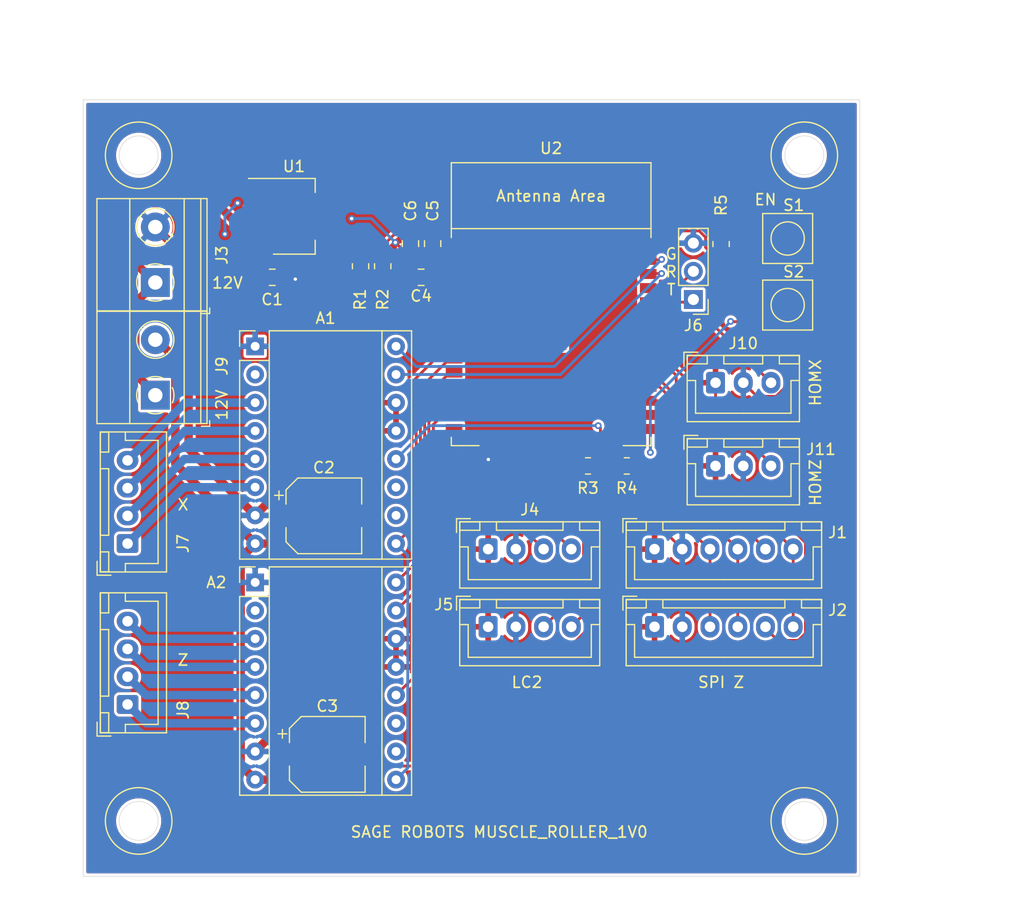
<source format=kicad_pcb>
(kicad_pcb (version 20211014) (generator pcbnew)
  (layers (0 "F.Cu" signal) (31 "B.Cu" signal) (34 "B.Paste" user) (35 "F.Paste" user) (36 "B.SilkS" user "B.Silkscreen") (37 "F.SilkS" user "F.Silkscreen") (38 "B.Mask" user) (39 "F.Mask" user) (44 "Edge.Cuts" user))
  (net 0 "")
  (net 1 "+12V")
  (net 2 "GND")
  (net 3 "+3V3")
  (net 4 "Net-(A1-Pad11)")
  (net 5 "Net-(A1-Pad10)")
  (net 6 "Net-(A1-Pad2)")
  (net 7 "Net-(A2-Pad11)")
  (net 8 "Net-(A2-Pad10)")
  (net 9 "Net-(A2-Pad2)")
  (net 10 "EN")
  (net 11 "TX")
  (net 12 "RX")
  (net 13 "IO0")
  (net 14 "CHARGE")
  (net 15 "Net-(S1-Pad3)")
  (net 16 "Net-(S1-Pad2)")
  (net 17 "Net-(S2-Pad2)")
  (net 18 "Net-(S2-Pad3)")
  (net 19 "LC_DAT")
  (net 20 "LC_CLK")
  (net 21 "DIRX")
  (net 22 "STEPX")
  (net 23 "XB2")
  (net 24 "XB1")
  (net 25 "XA1")
  (net 26 "XA2")
  (net 27 "DIRZ")
  (net 28 "STEPZ")
  (net 29 "ZB2")
  (net 30 "ZB1")
  (net 31 "ZA1")
  (net 32 "ZA2")
  (net 33 "LC_DAT2")
  (net 34 "LC_CLK2")
  (net 35 "HOMX")
  (net 36 "HOMZ")
  (net 37 "Net-(U2-Pad32)")
  (net 38 "Net-(U2-Pad22)")
  (net 39 "ESTOP12V")
  (net 40 "MSX")
  (net 41 "EN_STEP")
  (net 42 "MSZ")
  (net 43 "MOSI")
  (net 44 "CS0")
  (net 45 "MISO")
  (net 46 "CLK")
  (net 47 "CS1")
  (net 48 "ESTOP")
  (net 49 "Net-(U2-Pad21)")
  (net 50 "Net-(U2-Pad20)")
  (net 51 "Net-(U2-Pad19)")
  (net 52 "Net-(U2-Pad18)")
  (net 53 "Net-(U2-Pad17)")
  (net 54 "Net-(U2-Pad6)")
  (net 55 "Net-(U2-Pad7)")
  (net 56 "Net-(U2-Pad5)")
  (footprint "Module:Pololu_Breakout-16_15.2x20.3mm" (layer "F.Cu") (at 123 103.72)
    (fp_text reference "A1" (at 6.35 -2.54) (layer "F.SilkS"))
    (fp_text value "Pololu_Breakout_DRV8825")
    (pad "1" thru_hole rect locked (at 0 0) (size 1.6 1.6) (drill 0.8) (layers *.Cu *.Mask) (net 2 "GND"))
    (pad "2" thru_hole oval locked (at 0 2.54) (size 1.6 1.6) (drill 0.8) (layers *.Cu *.Mask) (net 6 "Net-(A1-Pad2)"))
    (pad "3" thru_hole oval locked (at 0 5.08) (size 1.6 1.6) (drill 0.8) (layers *.Cu *.Mask) (net 26 "XA2"))
    (pad "4" thru_hole oval locked (at 0 7.62) (size 1.6 1.6) (drill 0.8) (layers *.Cu *.Mask) (net 25 "XA1"))
    (pad "5" thru_hole oval locked (at 0 10.16) (size 1.6 1.6) (drill 0.8) (layers *.Cu *.Mask) (net 24 "XB1"))
    (pad "6" thru_hole oval locked (at 0 12.7) (size 1.6 1.6) (drill 0.8) (layers *.Cu *.Mask) (net 23 "XB2"))
    (pad "7" thru_hole oval locked (at 0 15.24) (size 1.6 1.6) (drill 0.8) (layers *.Cu *.Mask) (net 2 "GND"))
    (pad "8" thru_hole oval locked (at 0 17.78) (size 1.6 1.6) (drill 0.8) (layers *.Cu *.Mask) (net 39 "ESTOP12V"))
    (pad "9" thru_hole oval locked (at 12.7 17.78) (size 1.6 1.6) (drill 0.8) (layers *.Cu *.Mask) (net 41 "EN_STEP"))
    (pad "10" thru_hole oval locked (at 12.7 15.24) (size 1.6 1.6) (drill 0.8) (layers *.Cu *.Mask) (net 5 "Net-(A1-Pad10)"))
    (pad "11" thru_hole oval locked (at 12.7 12.7) (size 1.6 1.6) (drill 0.8) (layers *.Cu *.Mask) (net 4 "Net-(A1-Pad11)"))
    (pad "12" thru_hole oval locked (at 12.7 10.16) (size 1.6 1.6) (drill 0.8) (layers *.Cu *.Mask) (net 40 "MSX"))
    (pad "13" thru_hole oval locked (at 12.7 7.62) (size 1.6 1.6) (drill 0.8) (layers *.Cu *.Mask) (net 3 "+3V3"))
    (pad "14" thru_hole oval locked (at 12.7 5.08) (size 1.6 1.6) (drill 0.8) (layers *.Cu *.Mask) (net 3 "+3V3"))
    (pad "15" thru_hole oval locked (at 12.7 2.54) (size 1.6 1.6) (drill 0.8) (layers *.Cu *.Mask) (net 22 "STEPX"))
    (pad "16" thru_hole oval locked (at 12.7 0) (size 1.6 1.6) (drill 0.8) (layers *.Cu *.Mask) (net 21 "DIRX"))
  )
  (footprint "Module:Pololu_Breakout-16_15.2x20.3mm" (layer "F.Cu") (at 123 125)
    (fp_text reference "A2" (at -3.5 0) (layer "F.SilkS"))
    (fp_text value "Pololu_Breakout_DRV8825")
    (pad "1" thru_hole rect locked (at 0 0) (size 1.6 1.6) (drill 0.8) (layers *.Cu *.Mask) (net 2 "GND"))
    (pad "2" thru_hole oval locked (at 0 2.54) (size 1.6 1.6) (drill 0.8) (layers *.Cu *.Mask) (net 9 "Net-(A2-Pad2)"))
    (pad "3" thru_hole oval locked (at 0 5.08) (size 1.6 1.6) (drill 0.8) (layers *.Cu *.Mask) (net 32 "ZA2"))
    (pad "4" thru_hole oval locked (at 0 7.62) (size 1.6 1.6) (drill 0.8) (layers *.Cu *.Mask) (net 31 "ZA1"))
    (pad "5" thru_hole oval locked (at 0 10.16) (size 1.6 1.6) (drill 0.8) (layers *.Cu *.Mask) (net 30 "ZB1"))
    (pad "6" thru_hole oval locked (at 0 12.7) (size 1.6 1.6) (drill 0.8) (layers *.Cu *.Mask) (net 29 "ZB2"))
    (pad "7" thru_hole oval locked (at 0 15.24) (size 1.6 1.6) (drill 0.8) (layers *.Cu *.Mask) (net 2 "GND"))
    (pad "8" thru_hole oval locked (at 0 17.78) (size 1.6 1.6) (drill 0.8) (layers *.Cu *.Mask) (net 39 "ESTOP12V"))
    (pad "9" thru_hole oval locked (at 12.7 17.78) (size 1.6 1.6) (drill 0.8) (layers *.Cu *.Mask) (net 41 "EN_STEP"))
    (pad "10" thru_hole oval locked (at 12.7 15.24) (size 1.6 1.6) (drill 0.8) (layers *.Cu *.Mask) (net 8 "Net-(A2-Pad10)"))
    (pad "11" thru_hole oval locked (at 12.7 12.7) (size 1.6 1.6) (drill 0.8) (layers *.Cu *.Mask) (net 7 "Net-(A2-Pad11)"))
    (pad "12" thru_hole oval locked (at 12.7 10.16) (size 1.6 1.6) (drill 0.8) (layers *.Cu *.Mask) (net 42 "MSZ"))
    (pad "13" thru_hole oval locked (at 12.7 7.62) (size 1.6 1.6) (drill 0.8) (layers *.Cu *.Mask) (net 3 "+3V3"))
    (pad "14" thru_hole oval locked (at 12.7 5.08) (size 1.6 1.6) (drill 0.8) (layers *.Cu *.Mask) (net 3 "+3V3"))
    (pad "15" thru_hole oval locked (at 12.7 2.54) (size 1.6 1.6) (drill 0.8) (layers *.Cu *.Mask) (net 28 "STEPZ"))
    (pad "16" thru_hole oval locked (at 12.7 0) (size 1.6 1.6) (drill 0.8) (layers *.Cu *.Mask) (net 27 "DIRZ"))
  )
  (footprint "Capacitor_SMD:C_0805_2012Metric_Pad1.18x1.45mm_HandSolder" (layer "F.Cu") (at 124.5375 97.5)
    (fp_text reference "C1" (at 0 2) (layer "F.SilkS"))
    (fp_text value "22u")
    (pad "1" smd roundrect locked (at -1.0375 0) (size 1.175 1.45) (layers "F.Cu" "F.Paste" "F.Mask") (roundrect_rratio 0.2127659574) (net 1 "+12V"))
    (pad "2" smd roundrect locked (at 1.0375 0) (size 1.175 1.45) (layers "F.Cu" "F.Paste" "F.Mask") (roundrect_rratio 0.2127659574) (net 2 "GND"))
  )
  (footprint "Capacitor_SMD:CP_Elec_6.3x7.7" (layer "F.Cu") (at 129.192 119)
    (fp_text reference "C2" (at 0 -4.35) (layer "F.SilkS"))
    (fp_text value "100u")
    (pad "1" smd roundrect locked (at -2.7 0) (size 3.5 1.6) (layers "F.Cu" "F.Paste" "F.Mask") (roundrect_rratio 0.15625) (net 39 "ESTOP12V"))
    (pad "2" smd roundrect locked (at 2.7 0) (size 3.5 1.6) (layers "F.Cu" "F.Paste" "F.Mask") (roundrect_rratio 0.15625) (net 2 "GND"))
  )
  (footprint "Capacitor_SMD:CP_Elec_6.3x7.7" (layer "F.Cu") (at 129.5 140.5)
    (fp_text reference "C3" (at 0 -4.35) (layer "F.SilkS"))
    (fp_text value "100u")
    (pad "1" smd roundrect locked (at -2.7 0) (size 3.5 1.6) (layers "F.Cu" "F.Paste" "F.Mask") (roundrect_rratio 0.15625) (net 39 "ESTOP12V"))
    (pad "2" smd roundrect locked (at 2.7 0) (size 3.5 1.6) (layers "F.Cu" "F.Paste" "F.Mask") (roundrect_rratio 0.15625) (net 2 "GND"))
  )
  (footprint "Capacitor_SMD:C_0805_2012Metric_Pad1.18x1.45mm_HandSolder" (layer "F.Cu") (at 139 94.4625 90)
    (fp_text reference "C5" (at 2.9625 0 90) (layer "F.SilkS"))
    (fp_text value "22U")
    (pad "1" smd roundrect locked (at -1.0375 0 90) (size 1.175 1.45) (layers "F.Cu" "F.Paste" "F.Mask") (roundrect_rratio 0.2127659574) (net 3 "+3V3"))
    (pad "2" smd roundrect locked (at 1.0375 0 90) (size 1.175 1.45) (layers "F.Cu" "F.Paste" "F.Mask") (roundrect_rratio 0.2127659574) (net 2 "GND"))
  )
  (footprint "Capacitor_SMD:C_0805_2012Metric_Pad1.18x1.45mm_HandSolder" (layer "F.Cu") (at 137 94.4625 90)
    (fp_text reference "C6" (at 2.9625 0 90) (layer "F.SilkS"))
    (fp_text value "0.1u")
    (pad "1" smd roundrect locked (at -1.0375 0 90) (size 1.175 1.45) (layers "F.Cu" "F.Paste" "F.Mask") (roundrect_rratio 0.2127659574) (net 3 "+3V3"))
    (pad "2" smd roundrect locked (at 1.0375 0 90) (size 1.175 1.45) (layers "F.Cu" "F.Paste" "F.Mask") (roundrect_rratio 0.2127659574) (net 2 "GND"))
  )
  (footprint "Connector_JST:JST_XH_B6B-XH-A_1x06_P2.50mm_Vertical" (layer "F.Cu") (at 159 122)
    (fp_text reference "J1" (at 16.5 -1.5) (layer "F.SilkS"))
    (fp_text value "Conn_01x06_Male")
    (pad "1" thru_hole roundrect locked (at 0 0) (size 1.7 1.95) (drill 0.95) (layers *.Cu *.Mask) (roundrect_rratio 0.1470588235) (net 3 "+3V3"))
    (pad "2" thru_hole oval locked (at 2.5 0) (size 1.7 1.95) (drill 0.95) (layers *.Cu *.Mask) (net 2 "GND"))
    (pad "3" thru_hole oval locked (at 5 0) (size 1.7 1.95) (drill 0.95) (layers *.Cu *.Mask) (net 46 "CLK"))
    (pad "4" thru_hole oval locked (at 7.5 0) (size 1.7 1.95) (drill 0.95) (layers *.Cu *.Mask) (net 45 "MISO"))
    (pad "5" thru_hole oval locked (at 10 0) (size 1.7 1.95) (drill 0.95) (layers *.Cu *.Mask) (net 44 "CS0"))
    (pad "6" thru_hole oval locked (at 12.5 0) (size 1.7 1.95) (drill 0.95) (layers *.Cu *.Mask) (net 43 "MOSI"))
  )
  (footprint "Connector_JST:JST_XH_B6B-XH-A_1x06_P2.50mm_Vertical" (layer "F.Cu") (at 159 129)
    (fp_text reference "J2" (at 16.5 -1.5) (layer "F.SilkS"))
    (fp_text value "Conn_01x06_Male")
    (pad "1" thru_hole roundrect locked (at 0 0) (size 1.7 1.95) (drill 0.95) (layers *.Cu *.Mask) (roundrect_rratio 0.1470588235) (net 3 "+3V3"))
    (pad "2" thru_hole oval locked (at 2.5 0) (size 1.7 1.95) (drill 0.95) (layers *.Cu *.Mask) (net 2 "GND"))
    (pad "3" thru_hole oval locked (at 5 0) (size 1.7 1.95) (drill 0.95) (layers *.Cu *.Mask) (net 46 "CLK"))
    (pad "4" thru_hole oval locked (at 7.5 0) (size 1.7 1.95) (drill 0.95) (layers *.Cu *.Mask) (net 45 "MISO"))
    (pad "5" thru_hole oval locked (at 10 0) (size 1.7 1.95) (drill 0.95) (layers *.Cu *.Mask) (net 47 "CS1"))
    (pad "6" thru_hole oval locked (at 12.5 0) (size 1.7 1.95) (drill 0.95) (layers *.Cu *.Mask) (net 43 "MOSI"))
  )
  (footprint "Connector_JST:JST_XH_B4B-XH-A_1x04_P2.50mm_Vertical" (layer "F.Cu") (at 144 122)
    (fp_text reference "J4" (at 3.75 -3.55) (layer "F.SilkS"))
    (fp_text value "Conn_01x04_Male")
    (pad "1" thru_hole roundrect locked (at 0 0) (size 1.7 1.95) (drill 0.95) (layers *.Cu *.Mask) (roundrect_rratio 0.1470588235) (net 3 "+3V3"))
    (pad "2" thru_hole oval locked (at 2.5 0) (size 1.7 1.95) (drill 0.95) (layers *.Cu *.Mask) (net 2 "GND"))
    (pad "3" thru_hole oval locked (at 5 0) (size 1.7 1.95) (drill 0.95) (layers *.Cu *.Mask) (net 20 "LC_CLK"))
    (pad "4" thru_hole oval locked (at 7.5 0) (size 1.7 1.95) (drill 0.95) (layers *.Cu *.Mask) (net 19 "LC_DAT"))
  )
  (footprint "Connector_JST:JST_XH_B4B-XH-A_1x04_P2.50mm_Vertical" (layer "F.Cu") (at 144 129)
    (fp_text reference "J5" (at -4 -2) (layer "F.SilkS"))
    (fp_text value "Conn_01x04_Male")
    (pad "1" thru_hole roundrect locked (at 0 0) (size 1.7 1.95) (drill 0.95) (layers *.Cu *.Mask) (roundrect_rratio 0.1470588235) (net 3 "+3V3"))
    (pad "2" thru_hole oval locked (at 2.5 0) (size 1.7 1.95) (drill 0.95) (layers *.Cu *.Mask) (net 2 "GND"))
    (pad "3" thru_hole oval locked (at 5 0) (size 1.7 1.95) (drill 0.95) (layers *.Cu *.Mask) (net 34 "LC_CLK2"))
    (pad "4" thru_hole oval locked (at 7.5 0) (size 1.7 1.95) (drill 0.95) (layers *.Cu *.Mask) (net 33 "LC_DAT2"))
  )
  (footprint "Connector_PinHeader_2.54mm:PinHeader_1x03_P2.54mm_Vertical" (layer "F.Cu") (at 162.5 99.5 180)
    (fp_text reference "J6" (at 0 -2.33) (layer "F.SilkS"))
    (fp_text value "Conn_01x03_Male")
    (pad "1" thru_hole rect locked (at 0 0 180) (size 1.7 1.7) (drill 1) (layers *.Cu *.Mask) (net 11 "TX"))
    (pad "2" thru_hole oval locked (at 0 2.54 180) (size 1.7 1.7) (drill 1) (layers *.Cu *.Mask) (net 12 "RX"))
    (pad "3" thru_hole oval locked (at 0 5.08 180) (size 1.7 1.7) (drill 1) (layers *.Cu *.Mask) (net 2 "GND"))
  )
  (footprint "Connector_JST:JST_XH_B4B-XH-A_1x04_P2.50mm_Vertical" (layer "F.Cu") (at 111.5 121.5 90)
    (fp_text reference "J7" (at 0 5 90) (layer "F.SilkS"))
    (fp_text value "Conn_01x04_Male")
    (pad "1" thru_hole roundrect locked (at 0 0 90) (size 1.7 1.95) (drill 0.95) (layers *.Cu *.Mask) (roundrect_rratio 0.1470588235) (net 23 "XB2"))
    (pad "2" thru_hole oval locked (at 2.5 0 90) (size 1.7 1.95) (drill 0.95) (layers *.Cu *.Mask) (net 24 "XB1"))
    (pad "3" thru_hole oval locked (at 5 0 90) (size 1.7 1.95) (drill 0.95) (layers *.Cu *.Mask) (net 25 "XA1"))
    (pad "4" thru_hole oval locked (at 7.5 0 90) (size 1.7 1.95) (drill 0.95) (layers *.Cu *.Mask) (net 26 "XA2"))
  )
  (footprint "Connector_JST:JST_XH_B4B-XH-A_1x04_P2.50mm_Vertical" (layer "F.Cu") (at 111.5 136 90)
    (fp_text reference "J8" (at -0.5 5 90) (layer "F.SilkS"))
    (fp_text value "Conn_01x04_Male")
    (pad "1" thru_hole roundrect locked (at 0 0 90) (size 1.7 1.95) (drill 0.95) (layers *.Cu *.Mask) (roundrect_rratio 0.1470588235) (net 29 "ZB2"))
    (pad "2" thru_hole oval locked (at 2.5 0 90) (size 1.7 1.95) (drill 0.95) (layers *.Cu *.Mask) (net 30 "ZB1"))
    (pad "3" thru_hole oval locked (at 5 0 90) (size 1.7 1.95) (drill 0.95) (layers *.Cu *.Mask) (net 31 "ZA1"))
    (pad "4" thru_hole oval locked (at 7.5 0 90) (size 1.7 1.95) (drill 0.95) (layers *.Cu *.Mask) (net 32 "ZA2"))
  )
  (footprint "TerminalBlock_Phoenix:TerminalBlock_Phoenix_MKDS-1,5-2_1x02_P5.00mm_Horizontal" (layer "F.Cu") (at 114 108.124 90)
    (fp_text reference "J9" (at 2.624 6 90) (layer "F.SilkS"))
    (fp_text value "Screw_Terminal_01x02")
    (pad "1" thru_hole rect locked (at 0 0 90) (size 2.6 2.6) (drill 1.3) (layers *.Cu *.Mask) (net 1 "+12V"))
    (pad "2" thru_hole circle locked (at 5 0 90) (size 2.6 2.6) (drill 1.3) (layers *.Cu *.Mask) (net 39 "ESTOP12V"))
  )
  (footprint "Connector_JST:JST_XH_B3B-XH-A_1x03_P2.50mm_Vertical" (layer "F.Cu") (at 164.5 107)
    (fp_text reference "J10" (at 2.5 -3.55) (layer "F.SilkS"))
    (fp_text value "Conn_01x03_Male")
    (pad "1" thru_hole roundrect locked (at 0 0) (size 1.7 1.95) (drill 0.95) (layers *.Cu *.Mask) (roundrect_rratio 0.1470588235) (net 3 "+3V3"))
    (pad "2" thru_hole oval locked (at 2.5 0) (size 1.7 1.95) (drill 0.95) (layers *.Cu *.Mask) (net 2 "GND"))
    (pad "3" thru_hole oval locked (at 5 0) (size 1.7 1.95) (drill 0.95) (layers *.Cu *.Mask) (net 35 "HOMX"))
  )
  (footprint "Connector_JST:JST_XH_B3B-XH-A_1x03_P2.50mm_Vertical" (layer "F.Cu") (at 164.5 114.5)
    (fp_text reference "J11" (at 9.5 -1.5) (layer "F.SilkS"))
    (fp_text value "Conn_01x03_Male")
    (pad "1" thru_hole roundrect locked (at 0 0) (size 1.7 1.95) (drill 0.95) (layers *.Cu *.Mask) (roundrect_rratio 0.1470588235) (net 3 "+3V3"))
    (pad "2" thru_hole oval locked (at 2.5 0) (size 1.7 1.95) (drill 0.95) (layers *.Cu *.Mask) (net 2 "GND"))
    (pad "3" thru_hole oval locked (at 5 0) (size 1.7 1.95) (drill 0.95) (layers *.Cu *.Mask) (net 36 "HOMZ"))
  )
  (footprint "Resistor_SMD:R_0805_2012Metric_Pad1.20x1.40mm_HandSolder" (layer "F.Cu") (at 132.5 96.5 -90)
    (fp_text reference "R1" (at 3 0.039 90) (layer "F.SilkS"))
    (fp_text value "47k")
    (pad "1" smd roundrect locked (at -1 0 270) (size 1.2 1.4) (layers "F.Cu" "F.Paste" "F.Mask") (roundrect_rratio 0.2083325) (net 1 "+12V"))
    (pad "2" smd roundrect locked (at 1 0 270) (size 1.2 1.4) (layers "F.Cu" "F.Paste" "F.Mask") (roundrect_rratio 0.2083325) (net 14 "CHARGE"))
  )
  (footprint "Resistor_SMD:R_0805_2012Metric_Pad1.20x1.40mm_HandSolder" (layer "F.Cu") (at 134.5 96.5 90)
    (fp_text reference "R2" (at -3 -0.007 90) (layer "F.SilkS"))
    (fp_text value "10K")
    (pad "1" smd roundrect locked (at -1 0 90) (size 1.2 1.4) (layers "F.Cu" "F.Paste" "F.Mask") (roundrect_rratio 0.2083325) (net 14 "CHARGE"))
    (pad "2" smd roundrect locked (at 1 0 90) (size 1.2 1.4) (layers "F.Cu" "F.Paste" "F.Mask") (roundrect_rratio 0.2083325) (net 2 "GND"))
  )
  (footprint "Resistor_SMD:R_0805_2012Metric_Pad1.20x1.40mm_HandSolder" (layer "F.Cu") (at 153 114.5)
    (fp_text reference "R3" (at 0 2) (layer "F.SilkS"))
    (fp_text value "47k")
    (pad "1" smd roundrect locked (at -1 0) (size 1.2 1.4) (layers "F.Cu" "F.Paste" "F.Mask") (roundrect_rratio 0.2083325) (net 39 "ESTOP12V"))
    (pad "2" smd roundrect locked (at 1 0) (size 1.2 1.4) (layers "F.Cu" "F.Paste" "F.Mask") (roundrect_rratio 0.2083325) (net 48 "ESTOP"))
  )
  (footprint "Resistor_SMD:R_0805_2012Metric_Pad1.20x1.40mm_HandSolder" (layer "F.Cu") (at 165 94.5 -90)
    (fp_text reference "R5" (at -3.5 0 90) (layer "F.SilkS"))
    (fp_text value "10K")
    (pad "1" smd roundrect locked (at -1 0 270) (size 1.2 1.4) (layers "F.Cu" "F.Paste" "F.Mask") (roundrect_rratio 0.2083325) (net 3 "+3V3"))
    (pad "2" smd roundrect locked (at 1 0 270) (size 1.2 1.4) (layers "F.Cu" "F.Paste" "F.Mask") (roundrect_rratio 0.2083325) (net 10 "EN"))
  )
  (footprint "A4:TL3305AF160QG" (layer "F.Cu") (at 171 94)
    (fp_text reference "S1" (at 0.55 -3) (layer "F.SilkS"))
    (fp_text value "TL3315NF160Q")
    (pad "1" smd rect locked (at -3.6 1.5) (size 1.6 1.4) (layers "F.Cu" "F.Paste" "F.Mask") (net 10 "EN"))
    (pad "2" smd rect locked (at 3.6 1.5) (size 1.6 1.4) (layers "F.Cu" "F.Paste" "F.Mask") (net 16 "Net-(S1-Pad2)"))
    (pad "3" smd rect locked (at -3.6 -1.5) (size 1.6 1.4) (layers "F.Cu" "F.Paste" "F.Mask") (net 15 "Net-(S1-Pad3)"))
    (pad "4" smd rect locked (at 3.6 -1.5) (size 1.6 1.4) (layers "F.Cu" "F.Paste" "F.Mask") (net 2 "GND"))
  )
  (footprint "A4:TL3305AF160QG" (layer "F.Cu") (at 171 100)
    (fp_text reference "S2" (at 0.55 -3) (layer "F.SilkS"))
    (fp_text value "TL3315NF160Q")
    (pad "1" smd rect locked (at -3.6 1.5) (size 1.6 1.4) (layers "F.Cu" "F.Paste" "F.Mask") (net 13 "IO0"))
    (pad "2" smd rect locked (at 3.6 1.5) (size 1.6 1.4) (layers "F.Cu" "F.Paste" "F.Mask") (net 17 "Net-(S2-Pad2)"))
    (pad "3" smd rect locked (at -3.6 -1.5) (size 1.6 1.4) (layers "F.Cu" "F.Paste" "F.Mask") (net 18 "Net-(S2-Pad3)"))
    (pad "4" smd rect locked (at 3.6 -1.5) (size 1.6 1.4) (layers "F.Cu" "F.Paste" "F.Mask") (net 2 "GND"))
  )
  (footprint "Package_TO_SOT_SMD:SOT-223-3_TabPin2" (layer "F.Cu") (at 126.5 92)
    (fp_text reference "U1" (at 0 -4.5) (layer "F.SilkS"))
    (fp_text value "AZ1117-3.3")
    (pad "1" smd rect locked (at -3.15 -2.3) (size 2 1.5) (layers "F.Cu" "F.Paste" "F.Mask") (net 2 "GND"))
    (pad "2" smd rect locked (at -3.15 0) (size 2 1.5) (layers "F.Cu" "F.Paste" "F.Mask") (net 3 "+3V3"))
    (pad "2" smd rect locked (at 3.15 0) (size 2 3.8) (layers "F.Cu" "F.Paste" "F.Mask") (net 3 "+3V3"))
    (pad "3" smd rect locked (at -3.15 2.3) (size 2 1.5) (layers "F.Cu" "F.Paste" "F.Mask") (net 1 "+12V"))
  )
  (footprint "Espressif:ESP32-WROOM-32E" (layer "F.Cu") (at 149.68 101.67)
    (fp_text reference "U2" (at 0 -15.8) (layer "F.SilkS"))
    (fp_text value "ESP32-WROOM-E")
    (fp_text user "Antenna Area" (at 0 -11.5) (layer "F.SilkS"))
    (pad "1" smd rect locked (at -8.75 -7.01) (size 1.5 0.9) (layers "F.Cu" "F.Paste" "F.Mask") (net 2 "GND"))
    (pad "2" smd rect locked (at -8.75 -5.74) (size 1.5 0.9) (layers "F.Cu" "F.Paste" "F.Mask") (net 3 "+3V3"))
    (pad "3" smd rect locked (at -8.75 -4.47) (size 1.5 0.9) (layers "F.Cu" "F.Paste" "F.Mask") (net 10 "EN"))
    (pad "4" smd rect locked (at -8.75 -3.2) (size 1.5 0.9) (layers "F.Cu" "F.Paste" "F.Mask") (net 14 "CHARGE"))
    (pad "5" smd rect locked (at -8.75 -1.93) (size 1.5 0.9) (layers "F.Cu" "F.Paste" "F.Mask") (net 56 "Net-(U2-Pad5)"))
    (pad "6" smd rect locked (at -8.75 -0.66) (size 1.5 0.9) (layers "F.Cu" "F.Paste" "F.Mask") (net 54 "Net-(U2-Pad6)"))
    (pad "7" smd rect locked (at -8.75 0.61) (size 1.5 0.9) (layers "F.Cu" "F.Paste" "F.Mask") (net 55 "Net-(U2-Pad7)"))
    (pad "8" smd rect locked (at -8.75 1.88) (size 1.5 0.9) (layers "F.Cu" "F.Paste" "F.Mask") (net 41 "EN_STEP"))
    (pad "9" smd rect locked (at -8.75 3.15) (size 1.5 0.9) (layers "F.Cu" "F.Paste" "F.Mask") (net 27 "DIRZ"))
    (pad "10" smd rect locked (at -8.75 4.42) (size 1.5 0.9) (layers "F.Cu" "F.Paste" "F.Mask") (net 28 "STEPZ"))
    (pad "11" smd rect locked (at -8.75 5.69) (size 1.5 0.9) (layers "F.Cu" "F.Paste" "F.Mask") (net 42 "MSZ"))
    (pad "12" smd rect locked (at -8.75 6.96) (size 1.5 0.9) (layers "F.Cu" "F.Paste" "F.Mask") (net 20 "LC_CLK"))
    (pad "13" smd rect locked (at -8.75 8.23) (size 1.5 0.9) (layers "F.Cu" "F.Paste" "F.Mask") (net 19 "LC_DAT"))
    (pad "14" smd rect locked (at -8.75 9.5) (size 1.5 0.9) (layers "F.Cu" "F.Paste" "F.Mask") (net 34 "LC_CLK2"))
    (pad "15" smd rect locked (at -5.72 10.75 90) (size 1.5 0.9) (layers "F.Cu" "F.Paste" "F.Mask") (net 2 "GND"))
    (pad "16" smd rect locked (at -4.45 10.75 90) (size 1.5 0.9) (layers "F.Cu" "F.Paste" "F.Mask") (net 33 "LC_DAT2"))
    (pad "17" smd rect locked (at -3.18 10.75 90) (size 1.5 0.9) (layers "F.Cu" "F.Paste" "F.Mask") (net 53 "Net-(U2-Pad17)"))
    (pad "18" smd rect locked (at -1.91 10.75 90) (size 1.5 0.9) (layers "F.Cu" "F.Paste" "F.Mask") (net 52 "Net-(U2-Pad18)"))
    (pad "19" smd rect locked (at -0.64 10.75 90) (size 1.5 0.9) (layers "F.Cu" "F.Paste" "F.Mask") (net 51 "Net-(U2-Pad19)"))
    (pad "20" smd rect locked (at 0.63 10.75 90) (size 1.5 0.9) (layers "F.Cu" "F.Paste" "F.Mask") (net 50 "Net-(U2-Pad20)"))
    (pad "21" smd rect locked (at 1.9 10.75 90) (size 1.5 0.9) (layers "F.Cu" "F.Paste" "F.Mask") (net 49 "Net-(U2-Pad21)"))
    (pad "22" smd rect locked (at 3.17 10.75 90) (size 1.5 0.9) (layers "F.Cu" "F.Paste" "F.Mask") (net 38 "Net-(U2-Pad22)"))
    (pad "23" smd rect locked (at 4.44 10.75 90) (size 1.5 0.9) (layers "F.Cu" "F.Paste" "F.Mask") (net 40 "MSX"))
    (pad "24" smd rect locked (at 5.71 10.75 90) (size 1.5 0.9) (layers "F.Cu" "F.Paste" "F.Mask") (net 48 "ESTOP"))
    (pad "25" smd rect locked (at 8.75 9.5 180) (size 1.5 0.9) (layers "F.Cu" "F.Paste" "F.Mask") (net 13 "IO0"))
    (pad "26" smd rect locked (at 8.75 8.23 180) (size 1.5 0.9) (layers "F.Cu" "F.Paste" "F.Mask") (net 46 "CLK"))
    (pad "27" smd rect locked (at 8.75 6.96 180) (size 1.5 0.9) (layers "F.Cu" "F.Paste" "F.Mask") (net 45 "MISO"))
    (pad "28" smd rect locked (at 8.75 5.69 180) (size 1.5 0.9) (layers "F.Cu" "F.Paste" "F.Mask") (net 44 "CS0"))
    (pad "29" smd rect locked (at 8.75 4.42 180) (size 1.5 0.9) (layers "F.Cu" "F.Paste" "F.Mask") (net 43 "MOSI"))
    (pad "30" smd rect locked (at 8.75 3.15 180) (size 1.5 0.9) (layers "F.Cu" "F.Paste" "F.Mask") (net 47 "CS1"))
    (pad "31" smd rect locked (at 8.75 1.88 180) (size 1.5 0.9) (layers "F.Cu" "F.Paste" "F.Mask") (net 36 "HOMZ"))
    (pad "32" smd rect locked (at 8.75 0.61 180) (size 1.5 0.9) (layers "F.Cu" "F.Paste" "F.Mask") (net 37 "Net-(U2-Pad32)"))
    (pad "33" smd rect locked (at 8.75 -0.66 180) (size 1.5 0.9) (layers "F.Cu" "F.Paste" "F.Mask") (net 35 "HOMX"))
    (pad "34" smd rect locked (at 8.75 -1.93 180) (size 1.5 0.9) (layers "F.Cu" "F.Paste" "F.Mask") (net 11 "TX"))
    (pad "35" smd rect locked (at 8.75 -3.2 180) (size 1.5 0.9) (layers "F.Cu" "F.Paste" "F.Mask") (net 12 "RX"))
    (pad "36" smd rect locked (at 8.75 -4.47 180) (size 1.5 0.9) (layers "F.Cu" "F.Paste" "F.Mask") (net 22 "STEPX"))
    (pad "37" smd rect locked (at 8.75 -5.74 180) (size 1.5 0.9) (layers "F.Cu" "F.Paste" "F.Mask") (net 21 "DIRX"))
    (pad "38" smd rect locked (at 8.75 -7.01 180) (size 1.5 0.9) (layers "F.Cu" "F.Paste" "F.Mask") (net 2 "GND"))
    (pad "39" smd rect locked (at -2.205 -1.195 180) (size 1.05 1.05) (layers "F.Cu" "F.Paste" "F.Mask"))
    (pad "39" smd rect locked (at 0.845 -1.195 180) (size 1.05 1.05) (layers "F.Cu" "F.Paste" "F.Mask"))
    (pad "39" smd rect locked (at 0.845 0.33 180) (size 1.05 1.05) (layers "F.Cu" "F.Paste" "F.Mask"))
    (pad "39" smd rect locked (at -0.68 1.855 180) (size 1.05 1.05) (layers "F.Cu" "F.Paste" "F.Mask"))
    (pad "39" smd rect locked (at -0.68 0.33 180) (size 1.05 1.05) (layers "F.Cu" "F.Paste" "F.Mask"))
    (pad "39" smd rect locked (at -0.68 -1.195 180) (size 1.05 1.05) (layers "F.Cu" "F.Paste" "F.Mask"))
    (pad "39" smd rect locked (at 0.845 1.855 180) (size 1.05 1.05) (layers "F.Cu" "F.Paste" "F.Mask"))
    (pad "39" smd rect locked (at -2.205 0.33 180) (size 1.05 1.05) (layers "F.Cu" "F.Paste" "F.Mask"))
    (pad "39" smd rect locked (at -2.205 1.855 180) (size 1.05 1.05) (layers "F.Cu" "F.Paste" "F.Mask"))
  )
  (footprint "Capacitor_SMD:C_0805_2012Metric_Pad1.18x1.45mm_HandSolder" (layer "F.Cu") (at 137.9625 97.5 180)
    (fp_text reference "C4" (at 0 -1.68) (layer "F.SilkS"))
    (fp_text value "1u")
    (pad "1" smd roundrect locked (at -1.0375 0 180) (size 1.175 1.45) (layers "F.Cu" "F.Paste" "F.Mask") (roundrect_rratio 0.2127659574) (net 10 "EN"))
    (pad "2" smd roundrect locked (at 1.0375 0 180) (size 1.175 1.45) (layers "F.Cu" "F.Paste" "F.Mask") (roundrect_rratio 0.2127659574) (net 2 "GND"))
  )
  (footprint "TerminalBlock_Phoenix:TerminalBlock_Phoenix_MKDS-1,5-2_1x02_P5.00mm_Horizontal" (layer "F.Cu") (at 114 97.964 90)
    (fp_text reference "J3" (at 2.464 6 90) (layer "F.SilkS"))
    (fp_text value "Screw_Terminal_01x02")
    (pad "1" thru_hole rect locked (at 0 0 90) (size 2.6 2.6) (drill 1.3) (layers *.Cu *.Mask) (net 1 "+12V"))
    (pad "2" thru_hole circle locked (at 5 0 90) (size 2.6 2.6) (drill 1.3) (layers *.Cu *.Mask) (net 2 "GND"))
  )
  (footprint "Resistor_SMD:R_0805_2012Metric_Pad1.20x1.40mm_HandSolder" (layer "F.Cu") (at 156.5 114.5)
    (fp_text reference "R4" (at 0 2) (layer "F.SilkS"))
    (fp_text value "10K")
    (pad "1" smd roundrect locked (at -1 0) (size 1.2 1.4) (layers "F.Cu" "F.Paste" "F.Mask") (roundrect_rratio 0.2083325) (net 48 "ESTOP"))
    (pad "2" smd roundrect locked (at 1 0) (size 1.2 1.4) (layers "F.Cu" "F.Paste" "F.Mask") (roundrect_rratio 0.2083325) (net 2 "GND"))
  )
  (gr_circle (center 172.5 146.5) (end 172.5 143.5) (layer "F.SilkS") (width 0.12) (fill none))
  (gr_circle (center 172.5 86.5) (end 172.5 83.5) (layer "F.SilkS") (width 0.12) (fill none))
  (gr_circle (center 112.5 146.5) (end 112.5 143.5) (layer "F.SilkS") (width 0.12) (fill none))
  (gr_circle (center 112.5 86.5) (end 112.5 83.5) (layer "F.SilkS") (width 0.12) (fill none))
  (gr_circle (center 112.5 146.5) (end 114.25 146.5) (layer "Edge.Cuts") (width 0.05) (fill none))
  (gr_circle (center 172.5 146.5) (end 174.25 146.5) (layer "Edge.Cuts") (width 0.05) (fill none))
  (gr_line (start 107.5 151.5) (end 177.5 151.5) (layer "Edge.Cuts") (width 0.05))
  (gr_line (start 177.5 81.5) (end 177.5 151.5) (layer "Edge.Cuts") (width 0.05))
  (gr_line (start 177.5 81.5) (end 107.5 81.5) (layer "Edge.Cuts") (width 0.05))
  (gr_line (start 107.5 81.5) (end 107.5 151.5) (layer "Edge.Cuts") (width 0.05))
  (gr_circle (center 172.5 86.5) (end 174.25 86.5) (layer "Edge.Cuts") (width 0.05) (fill none))
  (gr_circle (center 112.5 86.5) (end 114.25 86.5) (layer "Edge.Cuts") (width 0.05) (fill none))
  (gr_text "SAGE ROBOTS MUSCLE_ROLLER_1V0" (at 145 147.5) (layer "F.SilkS") (effects (font (size 1 1))))
  (gr_text "EN" (at 169 90.5) (layer "F.SilkS") (effects (font (size 1 1))))
  (gr_text "HOMX" (at 173.5 107 90) (layer "F.SilkS") (effects (font (size 1 1))))
  (gr_text "12V" (at 120.5 98) (layer "F.SilkS") (effects (font (size 1 1))))
  (gr_text "LC2" (at 147.5 134) (layer "F.SilkS") (effects (font (size 1 1))))
  (gr_text "Z" (at 116.5 132) (layer "F.SilkS") (effects (font (size 1 1))))
  (gr_text "12V" (at 120 109 90) (layer "F.SilkS") (effects (font (size 1 1))))
  (gr_text "G\nR\nT" (at 160.5 97) (layer "F.SilkS") (effects (font (size 1 1))))
  (gr_text "X" (at 116.5 118) (layer "F.SilkS") (effects (font (size 1 1))))
  (gr_text "HOMZ" (at 173.5 116 90) (layer "F.SilkS") (effects (font (size 1 1))))
  (gr_text "SPI Z" (at 165 134) (layer "F.SilkS") (effects (font (size 1 1))))
  (segment (start 119.490598 90.805) (end 122.985598 94.3) (width 0.762) (layer "F.Cu") (net 1))
  (segment (start 123.35 94.3) (end 123.35 97.35) (width 0.254) (layer "F.Cu") (net 1))
  (segment (start 111.633 92.329) (end 113.157 90.805) (width 0.762) (layer "F.Cu") (net 1))
  (segment (start 114 98) (end 111.633 95.633) (width 0.762) (layer "F.Cu") (net 1))
  (segment (start 123.5 97.5) (end 124.47901 98.47901) (width 0.254) (layer "F.Cu") (net 1))
  (segment (start 111.633 95.633) (end 111.633 92.329) (width 0.762) (layer "F.Cu") (net 1))
  (segment (start 113.157 90.805) (end 119.490598 90.805) (width 0.762) (layer "F.Cu") (net 1))
  (segment (start 112.191999 106.191999) (end 112.191999 99.808001) (width 0.762) (layer "F.Cu") (net 1))
  (segment (start 114 108) (end 112.191999 106.191999) (width 0.762) (layer "F.Cu") (net 1))
  (segment (start 112.191999 99.808001) (end 114 98) (width 0.762) (layer "F.Cu") (net 1))
  (segment (start 124.47901 98.47901) (end 129.52099 98.47901) (width 0.254) (layer "F.Cu") (net 1))
  (segment (start 129.52099 98.47901) (end 132.5 95.5) (width 0.254) (layer "F.Cu") (net 1))
  (segment (start 122.985598 94.3) (end 123.35 94.3) (width 0.762) (layer "F.Cu") (net 1))
  (segment (start 123.35 97.35) (end 123.5 97.5) (width 0.254) (layer "F.Cu") (net 1))
  (segment (start 114 93) (end 117 96) (width 0.762) (layer "F.Cu") (net 2))
  (segment (start 140.93 94.66) (end 140.235 94.66) (width 0.254) (layer "F.Cu") (net 2))
  (segment (start 124.26801 117.69199) (end 131.09199 117.69199) (width 0.762) (layer "F.Cu") (net 2))
  (segment (start 143.96 113.861) (end 144.018 113.919) (width 0.254) (layer "F.Cu") (net 2))
  (segment (start 128.62001 94.64599) (end 133.64599 94.64599) (width 0.254) (layer "F.Cu") (net 2))
  (segment (start 134.5 94.669974) (end 135.744974 93.425) (width 0.254) (layer "F.Cu") (net 2))
  (segment (start 128.42901 94.64599) (end 128.62001 94.64599) (width 0.254) (layer "F.Cu") (net 2))
  (segment (start 157.5 118) (end 161.5 122) (width 0.254) (layer "F.Cu") (net 2))
  (segment (start 175.654001 99.554001) (end 174.6 98.5) (width 0.254) (layer "F.Cu") (net 2))
  (segment (start 125.575 97.5) (end 126.456 97.5) (width 0.254) (layer "F.Cu") (net 2))
  (segment (start 117 112.96) (end 123 118.96) (width 0.762) (layer "F.Cu") (net 2))
  (segment (start 123.67402 89.7) (end 128.62001 94.64599) (width 0.254) (layer "F.Cu") (net 2))
  (segment (start 132.4 119) (end 132.4 140.3) (width 0.762) (layer "F.Cu") (net 2))
  (segment (start 162.5 94.42) (end 158.67 94.42) (width 0.254) (layer "F.Cu") (net 2))
  (segment (start 175.654001 102.532304) (end 175.654001 99.554001) (width 0.254) (layer "F.Cu") (net 2))
  (segment (start 131.09199 117.69199) (end 132.4 119) (width 0.762) (layer "F.Cu") (net 2))
  (segment (start 130.89199 139.19199) (end 124.04801 139.19199) (width 0.762) (layer "F.Cu") (net 2))
  (segment (start 123.35 89.7) (end 123.67402 89.7) (width 0.254) (layer "F.Cu") (net 2))
  (segment (start 133.64599 94.64599) (end 134.5 95.5) (width 0.254) (layer "F.Cu") (net 2))
  (segment (start 174.6 98.5) (end 175.654001 97.445999) (width 0.254) (layer "F.Cu") (net 2))
  (segment (start 134.925 95.5) (end 136.925 97.5) (width 0.254) (layer "F.Cu") (net 2))
  (segment (start 167 107) (end 168.22901 108.22901) (width 0.254) (layer "F.Cu") (net 2))
  (segment (start 125.575 97.5) (end 128.42901 94.64599) (width 0.254) (layer "F.Cu") (net 2))
  (segment (start 123 118.96) (end 124.26801 117.69199) (width 0.762) (layer "F.Cu") (net 2))
  (segment (start 158.67 94.42) (end 158.43 94.66) (width 0.254) (layer "F.Cu") (net 2))
  (segment (start 135.744974 93.425) (end 137 93.425) (width 0.254) (layer "F.Cu") (net 2))
  (segment (start 134.5 95.5) (end 134.5 94.669974) (width 0.254) (layer "F.Cu") (net 2))
  (segment (start 132.4 140.3) (end 132.2 140.5) (width 0.762) (layer "F.Cu") (net 2))
  (segment (start 169.957295 108.22901) (end 175.654001 102.532304) (width 0.254) (layer "F.Cu") (net 2))
  (segment (start 124.04801 139.19199) (end 123 140.24) (width 0.762) (layer "F.Cu") (net 2))
  (segment (start 139 93.425) (end 137 93.425) (width 0.254) (layer "F.Cu") (net 2))
  (segment (start 134.5 95.5) (end 134.925 95.5) (width 0.254) (layer "F.Cu") (net 2))
  (segment (start 157.5 114.5) (end 157.5 118) (width 0.254) (layer "F.Cu") (net 2))
  (segment (start 132.2 140.5) (end 130.89199 139.19199) (width 0.762) (layer "F.Cu") (net 2))
  (segment (start 175.654001 93.554001) (end 174.6 92.5) (width 0.254) (layer "F.Cu") (net 2))
  (segment (start 175.654001 97.445999) (end 175.654001 93.554001) (width 0.254) (layer "F.Cu") (net 2))
  (segment (start 143.96 112.42) (end 143.96 113.861) (width 0.254) (layer "F.Cu") (net 2))
  (segment (start 140.235 94.66) (end 139 93.425) (width 0.254) (layer "F.Cu") (net 2))
  (segment (start 168.22901 108.22901) (end 169.957295 108.22901) (width 0.254) (layer "F.Cu") (net 2))
  (segment (start 117 96) (end 117 112.96) (width 0.762) (layer "F.Cu") (net 2))
  (segment (start 126.456 97.5) (end 126.619 97.663) (width 0.254) (layer "F.Cu") (net 2))
  (via (at 126.619 97.663) (size 0.6096) (drill 0.3048) (layers "F.Cu" "B.Cu") (net 2))
  (via (at 144.018 113.919) (size 0.6096) (drill 0.3048) (layers "F.Cu" "B.Cu") (net 2))
  (segment (start 137 95.5) (end 139 95.5) (width 0.254) (layer "F.Cu") (net 3))
  (segment (start 131.699 92.202) (end 129.852 92.202) (width 0.254) (layer "F.Cu") (net 3))
  (segment (start 164.5 108.366) (end 165.862 109.728) (width 0.254) (layer "F.Cu") (net 3))
  (segment (start 139 95.5) (end 140.5 95.5) (width 0.254) (layer "F.Cu") (net 3))
  (segment (start 122.095999 91.488999) (end 122.095999 88.746799) (width 0.254) (layer "F.Cu") (net 3))
  (segment (start 122.146799 88.695999) (end 126.345999 88.695999) (width 0.254) (layer "F.Cu") (net 3))
  (segment (start 122.607 92) (end 122.095999 91.488999) (width 0.254) (layer "F.Cu") (net 3))
  (segment (start 126.345999 88.695999) (end 129.65 92) (width 0.254) (layer "F.Cu") (net 3))
  (segment (start 122.607 92) (end 121.412 90.805) (width 0.254) (layer "F.Cu") (net 3))
  (segment (start 129.852 92.202) (end 129.65 92) (width 0.254) (layer "F.Cu") (net 3))
  (segment (start 136.775 95.5) (end 135.636 94.361) (width 0.254) (layer "F.Cu") (net 3))
  (segment (start 137 95.5) (end 136.775 95.5) (width 0.254) (layer "F.Cu") (net 3))
  (segment (start 140.5 95.5) (end 140.93 95.93) (width 0.254) (layer "F.Cu") (net 3))
  (segment (start 164.5 107) (end 164.5 108.366) (width 0.254) (layer "F.Cu") (net 3))
  (segment (start 123.35 92) (end 122.607 92) (width 0.254) (layer "F.Cu") (net 3))
  (segment (start 122.095999 88.746799) (end 122.146799 88.695999) (width 0.254) (layer "F.Cu") (net 3))
  (via (at 120.269 93.599) (size 0.6096) (drill 0.3048) (layers "F.Cu" "B.Cu") (net 3))
  (via (at 131.699 92.202) (size 0.6096) (drill 0.3048) (layers "F.Cu" "B.Cu") (net 3))
  (via (at 121.412 90.805) (size 0.6096) (drill 0.3048) (layers "F.Cu" "B.Cu") (net 3))
  (via (at 135.636 94.361) (size 0.6096) (drill 0.3048) (layers "F.Cu" "B.Cu") (net 3))
  (segment (start 133.477 92.202) (end 131.699 92.202) (width 0.254) (layer "B.Cu") (net 3))
  (segment (start 135.636 94.361) (end 133.477 92.202) (width 0.254) (layer "B.Cu") (net 3))
  (segment (start 120.269 91.948) (end 120.269 93.599) (width 0.254) (layer "B.Cu") (net 3))
  (segment (start 121.412 90.805) (end 120.269 91.948) (width 0.254) (layer "B.Cu") (net 3))
  (segment (start 159.668001 93.315999) (end 159.131 93.853) (width 0.254) (layer "F.Cu") (net 10))
  (segment (start 159.131 93.853) (end 144.577 93.853) (width 0.254) (layer "F.Cu") (net 10))
  (segment (start 164.3 95.5) (end 163.604001 94.804001) (width 0.254) (layer "F.Cu") (net 10))
  (segment (start 165 95.5) (end 164.3 95.5) (width 0.254) (layer "F.Cu") (net 10))
  (segment (start 139 97.5) (end 140.63 97.5) (width 0.254) (layer "F.Cu") (net 10))
  (segment (start 163.604001 94.804001) (end 163.604001 93.890079) (width 0.254) (layer "F.Cu") (net 10))
  (segment (start 163.029921 93.315999) (end 159.668001 93.315999) (width 0.254) (layer "F.Cu") (net 10))
  (segment (start 141.23 97.2) (end 140.93 97.2) (width 0.254) (layer "F.Cu") (net 10))
  (segment (start 167.4 95.5) (end 165 95.5) (width 0.254) (layer "F.Cu") (net 10))
  (segment (start 144.577 93.853) (end 141.23 97.2) (width 0.254) (layer "F.Cu") (net 10))
  (segment (start 140.63 97.5) (end 140.93 97.2) (width 0.254) (layer "F.Cu") (net 10))
  (segment (start 163.604001 93.890079) (end 163.029921 93.315999) (width 0.254) (layer "F.Cu") (net 10))
  (segment (start 162.26 99.74) (end 162.5 99.5) (width 0.254) (layer "F.Cu") (net 11))
  (segment (start 158.43 99.74) (end 162.26 99.74) (width 0.254) (layer "F.Cu") (net 11))
  (segment (start 158.43 98.47) (end 160.99 98.47) (width 0.254) (layer "F.Cu") (net 12))
  (segment (start 160.99 98.47) (end 162.5 96.96) (width 0.254) (layer "F.Cu") (net 12))
  (segment (start 165.889 101.5) (end 165.862 101.473) (width 0.254) (layer "F.Cu") (net 13))
  (segment (start 158.623 113.284) (end 158.623 111.363) (width 0.254) (layer "F.Cu") (net 13))
  (segment (start 158.623 111.363) (end 158.43 111.17) (width 0.254) (layer "F.Cu") (net 13))
  (segment (start 167.4 101.5) (end 165.889 101.5) (width 0.254) (layer "F.Cu") (net 13))
  (via (at 158.623 113.284) (size 0.6096) (drill 0.3048) (layers "F.Cu" "B.Cu") (net 13))
  (via (at 165.862 101.473) (size 0.6096) (drill 0.3048) (layers "F.Cu" "B.Cu") (net 13))
  (segment (start 158.623 108.712) (end 158.623 113.284) (width 0.254) (layer "B.Cu") (net 13))
  (segment (start 165.862 101.473) (end 158.623 108.712) (width 0.254) (layer "B.Cu") (net 13))
  (segment (start 134.5 97.5) (end 135.47901 98.47901) (width 0.254) (layer "F.Cu") (net 14))
  (segment (start 132.5 97.5) (end 134.5 97.5) (width 0.254) (layer "F.Cu") (net 14))
  (segment (start 135.47901 98.47901) (end 140.92099 98.47901) (width 0.254) (layer "F.Cu") (net 14))
  (segment (start 140.92099 98.47901) (end 140.93 98.47) (width 0.254) (layer "F.Cu") (net 14))
  (segment (start 139.065 113.126172) (end 144.810818 118.87199) (width 0.254) (layer "F.Cu") (net 19))
  (segment (start 144.810818 118.87199) (end 148.37199 118.87199) (width 0.254) (layer "F.Cu") (net 19))
  (segment (start 139.065 110.761) (end 139.065 113.126172) (width 0.254) (layer "F.Cu") (net 19))
  (segment (start 139.926 109.9) (end 139.065 110.761) (width 0.254) (layer "F.Cu") (net 19))
  (segment (start 140.93 109.9) (end 139.926 109.9) (width 0.254) (layer "F.Cu") (net 19))
  (segment (start 148.37199 118.87199) (end 151.5 122) (width 0.254) (layer "F.Cu") (net 19))
  (segment (start 138.684 112.776) (end 138.684 113.284) (width 0.254) (layer "F.Cu") (net 20))
  (segment (start 144.653 119.253) (end 146.253 119.253) (width 0.254) (layer "F.Cu") (net 20))
  (segment (start 138.659051 112.751051) (end 138.684 112.776) (width 0.254) (layer "F.Cu") (net 20))
  (segment (start 138.684 113.284) (end 144.653 119.253) (width 0.254) (layer "F.Cu") (net 20))
  (segment (start 146.253 119.253) (end 149 122) (width 0.254) (layer "F.Cu") (net 20))
  (segment (start 138.659051 110.513747) (end 138.659051 112.751051) (width 0.254) (layer "F.Cu") (net 20))
  (segment (start 140.542798 108.63) (end 138.659051 110.513747) (width 0.254) (layer "F.Cu") (net 20))
  (segment (start 140.93 108.63) (end 140.542798 108.63) (width 0.254) (layer "F.Cu") (net 20))
  (segment (start 159.594 95.93) (end 159.639 95.885) (width 0.254) (layer "F.Cu") (net 21))
  (segment (start 158.43 95.93) (end 159.594 95.93) (width 0.254) (layer "F.Cu") (net 21))
  (via (at 159.639 95.885) (size 0.6096) (drill 0.3048) (layers "F.Cu" "B.Cu") (net 21))
  (segment (start 149.987 105.537) (end 137.517 105.537) (width 0.254) (layer "B.Cu") (net 21))
  (segment (start 137.517 105.537) (end 135.7 103.72) (width 0.254) (layer "B.Cu") (net 21))
  (segment (start 159.639 95.885) (end 149.987 105.537) (width 0.254) (layer "B.Cu") (net 21))
  (segment (start 158.475 97.155) (end 158.43 97.2) (width 0.254) (layer "F.Cu") (net 22))
  (segment (start 159.639 97.155) (end 158.475 97.155) (width 0.254) (layer "F.Cu") (net 22))
  (via (at 159.639 97.155) (size 0.6096) (drill 0.3048) (layers "F.Cu" "B.Cu") (net 22))
  (segment (start 150.534 106.26) (end 159.639 97.155) (width 0.254) (layer "B.Cu") (net 22))
  (segment (start 135.7 106.26) (end 150.534 106.26) (width 0.254) (layer "B.Cu") (net 22))
  (segment (start 123 116.42) (end 116.58 116.42) (width 0.762) (layer "B.Cu") (net 23))
  (segment (start 116.58 116.42) (end 111.5 121.5) (width 0.762) (layer "B.Cu") (net 23))
  (segment (start 123 113.88) (end 116.62 113.88) (width 0.762) (layer "B.Cu") (net 24))
  (segment (start 116.62 113.88) (end 111.5 119) (width 0.762) (layer "B.Cu") (net 24))
  (segment (start 123 111.34) (end 116.66 111.34) (width 0.762) (layer "B.Cu") (net 25))
  (segment (start 116.66 111.34) (end 111.5 116.5) (width 0.762) (layer "B.Cu") (net 25))
  (segment (start 123 108.8) (end 116.7 108.8) (width 0.762) (layer "B.Cu") (net 26))
  (segment (start 116.7 108.8) (end 111.5 114) (width 0.762) (layer "B.Cu") (net 26))
  (segment (start 137.516021 123.183979) (end 135.7 125) (width 0.254) (layer "F.Cu") (net 27))
  (segment (start 140.542798 104.82) (end 137.516021 107.846777) (width 0.254) (layer "F.Cu") (net 27))
  (segment (start 137.516021 107.846777) (end 137.516021 123.183979) (width 0.254) (layer "F.Cu") (net 27))
  (segment (start 140.93 104.82) (end 140.542798 104.82) (width 0.254) (layer "F.Cu") (net 27))
  (segment (start 140.93 106.09) (end 140.542798 106.09) (width 0.254) (layer "F.Cu") (net 28))
  (segment (start 137.897031 125.342969) (end 135.7 127.54) (width 0.254) (layer "F.Cu") (net 28))
  (segment (start 137.897031 108.735767) (end 137.897031 125.342969) (width 0.254) (layer "F.Cu") (net 28))
  (segment (start 140.542798 106.09) (end 137.897031 108.735767) (width 0.254) (layer "F.Cu") (net 28))
  (segment (start 113.2 137.7) (end 111.5 136) (width 0.762) (layer "B.Cu") (net 29))
  (segment (start 123 137.7) (end 113.2 137.7) (width 0.762) (layer "B.Cu") (net 29))
  (segment (start 113.16 135.16) (end 111.5 133.5) (width 0.762) (layer "B.Cu") (net 30))
  (segment (start 123 135.16) (end 113.16 135.16) (width 0.762) (layer "B.Cu") (net 30))
  (segment (start 123 132.62) (end 113.12 132.62) (width 0.762) (layer "B.Cu") (net 31))
  (segment (start 113.12 132.62) (end 111.5 131) (width 0.762) (layer "B.Cu") (net 31))
  (segment (start 123 130.08) (end 113.08 130.08) (width 0.762) (layer "B.Cu") (net 32))
  (segment (start 113.08 130.08) (end 111.5 128.5) (width 0.762) (layer "B.Cu") (net 32))
  (segment (start 152.98502 120.47502) (end 152.98502 127.51498) (width 0.254) (layer "F.Cu") (net 33))
  (segment (start 145.23 112.72) (end 152.98502 120.47502) (width 0.254) (layer "F.Cu") (net 33))
  (segment (start 145.23 112.42) (end 145.23 112.72) (width 0.254) (layer "F.Cu") (net 33))
  (segment (start 152.98502 127.51498) (end 151.5 129) (width 0.254) (layer "F.Cu") (net 33))
  (segment (start 142.367 115.824) (end 147.574 115.824) (width 0.254) (layer "F.Cu") (net 34))
  (segment (start 140.93 111.17) (end 140.93 114.387) (width 0.254) (layer "F.Cu") (net 34))
  (segment (start 147.574 115.824) (end 152.60401 120.85401) (width 0.254) (layer "F.Cu") (net 34))
  (segment (start 152.60401 120.85401) (end 152.60401 125.39599) (width 0.254) (layer "F.Cu") (net 34))
  (segment (start 152.60401 125.39599) (end 149 129) (width 0.254) (layer "F.Cu") (net 34))
  (segment (start 140.93 114.387) (end 142.367 115.824) (width 0.254) (layer "F.Cu") (net 34))
  (segment (start 158.43 101.01) (end 163.51 101.01) (width 0.254) (layer "F.Cu") (net 35))
  (segment (start 163.51 101.01) (end 169.5 107) (width 0.254) (layer "F.Cu") (net 35))
  (segment (start 158.43 103.55) (end 158.73 103.55) (width 0.254) (layer "F.Cu") (net 36))
  (segment (start 158.73 103.55) (end 169.5 114.32) (width 0.254) (layer "F.Cu") (net 36))
  (segment (start 169.5 114.32) (end 169.5 114.5) (width 0.254) (layer "F.Cu") (net 36))
  (segment (start 124.5 121.5) (end 127 119) (width 0.762) (layer "F.Cu") (net 39))
  (segment (start 114 103) (end 115.808001 104.808001) (width 0.762) (layer "F.Cu") (net 39))
  (segment (start 153.36603 128.820275) (end 153.36603 115.86603) (width 0.254) (layer "F.Cu") (net 39))
  (segment (start 127.85401 141.55401) (end 140.632295 141.55401) (width 0.254) (layer "F.Cu") (net 39))
  (segment (start 124.52 142.78) (end 126.8 140.5) (width 0.762) (layer "F.Cu") (net 39))
  (segment (start 126.8 140.5) (end 127.85401 141.55401) (width 0.254) (layer "F.Cu") (net 39))
  (segment (start 115.808001 114.308001) (end 123 121.5) (width 0.762) (layer "F.Cu") (net 39))
  (segment (start 123 121.5) (end 121.691999 122.808001) (width 0.762) (layer "F.Cu") (net 39))
  (segment (start 140.632295 141.55401) (end 153.36603 128.820275) (width 0.254) (layer "F.Cu") (net 39))
  (segment (start 123 121.5) (end 124.5 121.5) (width 0.762) (layer "F.Cu") (net 39))
  (segment (start 123 142.78) (end 124.52 142.78) (width 0.762) (layer "F.Cu") (net 39))
  (segment (start 115.808001 104.808001) (end 115.808001 114.308001) (width 0.762) (layer "F.Cu") (net 39))
  (segment (start 121.691999 141.471999) (end 123 142.78) (width 0.762) (layer "F.Cu") (net 39))
  (segment (start 153.36603 115.86603) (end 152 114.5) (width 0.254) (layer "F.Cu") (net 39))
  (segment (start 121.691999 122.808001) (end 121.691999 141.471999) (width 0.762) (layer "F.Cu") (net 39))
  (segment (start 154.12 111.067) (end 153.924 110.871) (width 0.254) (layer "F.Cu") (net 40))
  (segment (start 154.12 112.42) (end 154.12 111.067) (width 0.254) (layer "F.Cu") (net 40))
  (via (at 153.924 110.871) (size 0.6096) (drill 0.3048) (layers "F.Cu" "B.Cu") (net 40))
  (segment (start 138.709 110.871) (end 135.7 113.88) (width 0.254) (layer "B.Cu") (net 40))
  (segment (start 153.924 110.871) (end 138.709 110.871) (width 0.254) (layer "B.Cu") (net 40))
  (segment (start 140.542798 103.55) (end 137.135011 106.957787) (width 0.254) (layer "F.Cu") (net 41))
  (segment (start 137.135011 106.957787) (end 137.135011 120.064989) (width 0.254) (layer "F.Cu") (net 41))
  (segment (start 137.135011 120.064989) (end 135.7 121.5) (width 0.254) (layer "F.Cu") (net 41))
  (segment (start 140.93 103.55) (end 140.542798 103.55) (width 0.254) (layer "F.Cu") (net 41))
  (segment (start 136.754001 122.554001) (end 136.754001 141.725999) (width 0.254) (layer "B.Cu") (net 41))
  (segment (start 135.7 121.5) (end 136.754001 122.554001) (width 0.254) (layer "B.Cu") (net 41))
  (segment (start 136.754001 141.725999) (end 135.7 142.78) (width 0.254) (layer "B.Cu") (net 41))
  (segment (start 140.93 107.36) (end 140.63 107.36) (width 0.254) (layer "F.Cu") (net 42))
  (segment (start 138.278041 109.711959) (end 138.278041 132.581959) (width 0.254) (layer "F.Cu") (net 42))
  (segment (start 138.278041 132.581959) (end 135.7 135.16) (width 0.254) (layer "F.Cu") (net 42))
  (segment (start 140.63 107.36) (end 138.278041 109.711959) (width 0.254) (layer "F.Cu") (net 42))
  (segment (start 171.5 122) (end 171.5 129) (width 0.254) (layer "F.Cu") (net 43))
  (segment (start 158.43 106.09) (end 158.817202 106.09) (width 0.254) (layer "F.Cu") (net 43))
  (segment (start 158.817202 106.09) (end 160.577031 107.849829) (width 0.254) (layer "F.Cu") (net 43))
  (segment (start 160.577031 116.985202) (end 162.81401 119.222181) (width 0.254) (layer "F.Cu") (net 43))
  (segment (start 162.81401 119.222181) (end 168.722181 119.222181) (width 0.254) (layer "F.Cu") (net 43))
  (segment (start 168.722181 119.222181) (end 171.5 122) (width 0.254) (layer "F.Cu") (net 43))
  (segment (start 160.577031 107.849829) (end 160.577031 116.985202) (width 0.254) (layer "F.Cu") (net 43))
  (segment (start 162.621646 119.63399) (end 166.63399 119.63399) (width 0.254) (layer "F.Cu") (net 44))
  (segment (start 159.434 107.36) (end 160.196021 108.122021) (width 0.254) (layer "F.Cu") (net 44))
  (segment (start 162.433 119.38) (end 162.433 119.445344) (width 0.254) (layer "F.Cu") (net 44))
  (segment (start 160.196021 117.208365) (end 160.261365 117.208365) (width 0.254) (layer "F.Cu") (net 44))
  (segment (start 160.261365 117.208365) (end 162.433 119.38) (width 0.254) (layer "F.Cu") (net 44))
  (segment (start 160.196021 108.122021) (end 160.196021 117.208365) (width 0.254) (layer "F.Cu") (net 44))
  (segment (start 158.43 107.36) (end 159.434 107.36) (width 0.254) (layer "F.Cu") (net 44))
  (segment (start 162.433 119.445344) (end 162.621646 119.63399) (width 0.254) (layer "F.Cu") (net 44))
  (segment (start 166.63399 119.63399) (end 169 122) (width 0.254) (layer "F.Cu") (net 44))
  (segment (start 164.515 120.015) (end 166.5 122) (width 0.254) (layer "F.Cu") (net 45))
  (segment (start 166.5 122) (end 166.5 129) (width 0.254) (layer "F.Cu") (net 45))
  (segment (start 158.43 108.63) (end 159.434 108.63) (width 0.254) (layer "F.Cu") (net 45))
  (segment (start 159.434 108.63) (end 159.815011 109.011011) (width 0.254) (layer "F.Cu") (net 45))
  (segment (start 159.815011 117.366183) (end 162.463828 120.015) (width 0.254) (layer "F.Cu") (net 45))
  (segment (start 159.815011 109.011011) (end 159.815011 117.366183) (width 0.254) (layer "F.Cu") (net 45))
  (segment (start 162.463828 120.015) (end 164.515 120.015) (width 0.254) (layer "F.Cu") (net 45))
  (segment (start 159.434001 117.524001) (end 163.91 122) (width 0.254) (layer "F.Cu") (net 46))
  (segment (start 158.43 109.9) (end 159.303 109.9) (width 0.254) (layer "F.Cu") (net 46))
  (segment (start 159.303 109.9) (end 159.434001 110.031001) (width 0.254) (layer "F.Cu") (net 46))
  (segment (start 164 122) (end 164 129) (width 0.254) (layer "F.Cu") (net 46))
  (segment (start 159.434001 110.031001) (end 159.434001 117.524001) (width 0.254) (layer "F.Cu") (net 46))
  (segment (start 163.91 122) (end 164 122) (width 0.254) (layer "F.Cu") (net 46))
  (segment (start 169 129.125) (end 170.10401 130.22901) (width 0.254) (layer "F.Cu") (net 47))
  (segment (start 158.43 104.82) (end 159.434 104.82) (width 0.254) (layer "F.Cu") (net 47))
  (segment (start 159.434 104.82) (end 160.958041 106.344041) (width 0.254) (layer "F.Cu") (net 47))
  (segment (start 172.60401 121.417705) (end 170.027476 118.841171) (width 0.254) (layer "F.Cu") (net 47))
  (segment (start 170.10401 130.22901) (end 171.957295 130.22901) (width 0.254) (layer "F.Cu") (net 47))
  (segment (start 171.957295 130.22901) (end 172.60401 129.582295) (width 0.254) (layer "F.Cu") (net 47))
  (segment (start 170.027476 118.841171) (end 162.971828 118.841171) (width 0.254) (layer "F.Cu") (net 47))
  (segment (start 160.958041 106.344041) (end 160.958041 116.827384) (width 0.254) (layer "F.Cu") (net 47))
  (segment (start 160.958041 116.827384) (end 162.971828 118.841171) (width 0.254) (layer "F.Cu") (net 47))
  (segment (start 172.60401 129.582295) (end 172.60401 121.417705) (width 0.254) (layer "F.Cu") (net 47))
  (segment (start 169 129) (end 169 129.125) (width 0.254) (layer "F.Cu") (net 47))
  (segment (start 155.39 114.39) (end 155.5 114.5) (width 0.254) (layer "F.Cu") (net 48))
  (segment (start 155.5 114.5) (end 154 114.5) (width 0.254) (layer "F.Cu") (net 48))
  (segment (start 155.39 112.42) (end 155.39 114.39) (width 0.254) (layer "F.Cu") (net 48))
  (segment (start 154.12 114.38) (end 154 114.5) (width 0.254) (layer "F.Cu") (net 48))
  (zone (net 3) (net_name "+3V3") (layer "F.Cu") (connect_pads (clearance 0.254)) (min_thickness 0.254) (fill yes (thermal_gap 0.508) (thermal_bridge_width 0.508))
    (polygon (pts (xy 185 155) (xy 100 155) (xy 100 75) (xy 185 75)))
  )
  (zone (net 2) (net_name "GND") (layer "B.Cu") (connect_pads (clearance 0.254)) (min_thickness 0.254) (fill yes (thermal_gap 0.508) (thermal_bridge_width 0.508))
    (polygon (pts (xy 185 155) (xy 100 155) (xy 100 75) (xy 185 75)))
  )
)
</source>
